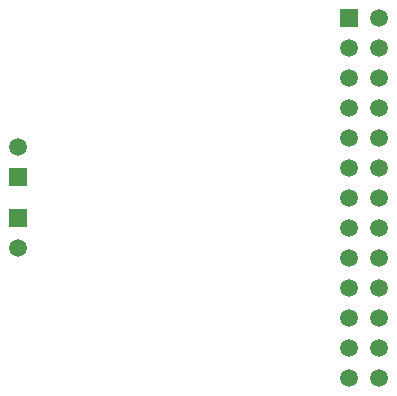
<source format=gbr>
%TF.GenerationSoftware,Altium Limited,Altium Designer,21.2.2 (38)*%
G04 Layer_Color=255*
%FSLAX45Y45*%
%MOMM*%
%TF.SameCoordinates,DC8D9031-FEEE-4EB9-A140-7D2FD38E5C7C*%
%TF.FilePolarity,Positive*%
%TF.FileFunction,Pads,Bot*%
%TF.Part,Single*%
G01*
G75*
%TA.AperFunction,ComponentPad*%
%ADD20R,1.50000X1.50000*%
%ADD21C,1.50000*%
D20*
X230000Y1554000D02*
D03*
Y1900000D02*
D03*
X3031000Y3247000D02*
D03*
D21*
X230000Y1300000D02*
D03*
Y2154000D02*
D03*
X3285000Y3247000D02*
D03*
X3031000Y2993000D02*
D03*
X3285000D02*
D03*
X3031000Y2739000D02*
D03*
X3285000D02*
D03*
X3031000Y2485000D02*
D03*
X3285000D02*
D03*
X3031000Y2231000D02*
D03*
X3285000D02*
D03*
X3031000Y1977000D02*
D03*
X3285000D02*
D03*
X3031000Y1723000D02*
D03*
X3285000D02*
D03*
X3031000Y1469000D02*
D03*
X3285000D02*
D03*
X3031000Y1215000D02*
D03*
X3285000D02*
D03*
X3031000Y961000D02*
D03*
X3285000D02*
D03*
X3031000Y707000D02*
D03*
X3285000D02*
D03*
X3031000Y453000D02*
D03*
X3285000D02*
D03*
X3031000Y199000D02*
D03*
X3285000D02*
D03*
%TF.MD5,f22c25e1ed3c9d215634f6cba6218573*%
M02*

</source>
